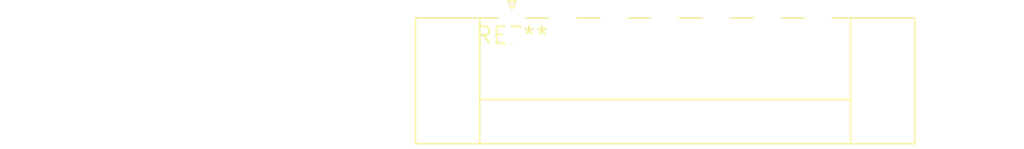
<source format=kicad_pcb>
(kicad_pcb (version 20240108) (generator pcbnew)
  (layers (0 "F.Cu" signal) (31 "B.Cu" signal) (34 "B.Paste" user) (35 "F.Paste" user) (36 "B.SilkS" user "B.Silkscreen") (37 "F.SilkS" user "F.Silkscreen") (38 "B.Mask" user) (39 "F.Mask" user) (44 "Edge.Cuts" user))
  (net 0 "")
  (footprint "PhoenixContact_MC_1,5_7-GF-3.81_1x07_P3.81mm_Horizontal_ThreadedFlange" (layer "F.Cu") (at 0 0)
    (property "Reference" "REF**")
    (property "Value" "PhoenixContact_MC_1,5_7-GF-3.81_1x07_P3.81mm_Horizontal_ThreadedFlange")
    (fp_line (start -7.21 -1.31) (end -7.21 8.11) (layer "F.SilkS") (stroke (width 0.12)))
    (fp_line (start -7.21 -1.31) (end -1.05 -1.31) (layer "F.SilkS") (stroke (width 0.12)))
    (fp_line (start -7.21 8.11) (end 30.07 8.11) (layer "F.SilkS") (stroke (width 0.12)))
    (fp_line (start -2.41 -1.31) (end -2.41 8.11) (layer "F.SilkS") (stroke (width 0.12)))
    (fp_line (start -2.41 4.8) (end 25.27 4.8) (layer "F.SilkS") (stroke (width 0.12)))
    (fp_line (start -0.3 -2.6) (end 0.3 -2.6) (layer "F.SilkS") (stroke (width 0.12)))
    (fp_line (start 0 -2) (end -0.3 -2.6) (layer "F.SilkS") (stroke (width 0.12)))
    (fp_line (start 0.3 -2.6) (end 0 -2) (layer "F.SilkS") (stroke (width 0.12)))
    (fp_line (start 1.05 -1.31) (end 2.76 -1.31) (layer "F.SilkS") (stroke (width 0.12)))
    (fp_line (start 4.86 -1.31) (end 6.57 -1.31) (layer "F.SilkS") (stroke (width 0.12)))
    (fp_line (start 8.67 -1.31) (end 10.38 -1.31) (layer "F.SilkS") (stroke (width 0.12)))
    (fp_line (start 12.48 -1.31) (end 14.19 -1.31) (layer "F.SilkS") (stroke (width 0.12)))
    (fp_line (start 16.29 -1.31) (end 18 -1.31) (layer "F.SilkS") (stroke (width 0.12)))
    (fp_line (start 20.1 -1.31) (end 21.81 -1.31) (layer "F.SilkS") (stroke (width 0.12)))
    (fp_line (start 25.27 -1.31) (end 25.27 8.11) (layer "F.SilkS") (stroke (width 0.12)))
    (fp_line (start 30.07 -1.31) (end 23.91 -1.31) (layer "F.SilkS") (stroke (width 0.12)))
    (fp_line (start 30.07 8.11) (end 30.07 -1.31) (layer "F.SilkS") (stroke (width 0.12)))
    (pad "1" thru_hole roundrect (at 0 0) (size 1.8 3.6) (drill 1.2) (layers *.Cu *.Mask) (remove_unused_layers) (roundrect_rratio 0.138889))
    (pad "2" thru_hole oval (at 3.81 0) (size 1.8 3.6) (drill 1.2) (layers *.Cu *.Mask) (remove_unused_layers))
    (pad "3" thru_hole oval (at 7.62 0) (size 1.8 3.6) (drill 1.2) (layers *.Cu *.Mask) (remove_unused_layers))
    (pad "4" thru_hole oval (at 11.43 0) (size 1.8 3.6) (drill 1.2) (layers *.Cu *.Mask) (remove_unused_layers))
    (pad "5" thru_hole oval (at 15.24 0) (size 1.8 3.6) (drill 1.2) (layers *.Cu *.Mask) (remove_unused_layers))
    (pad "6" thru_hole oval (at 19.05 0) (size 1.8 3.6) (drill 1.2) (layers *.Cu *.Mask) (remove_unused_layers))
    (pad "7" thru_hole oval (at 22.86 0) (size 1.8 3.6) (drill 1.2) (layers *.Cu *.Mask) (remove_unused_layers))
  )
)
</source>
